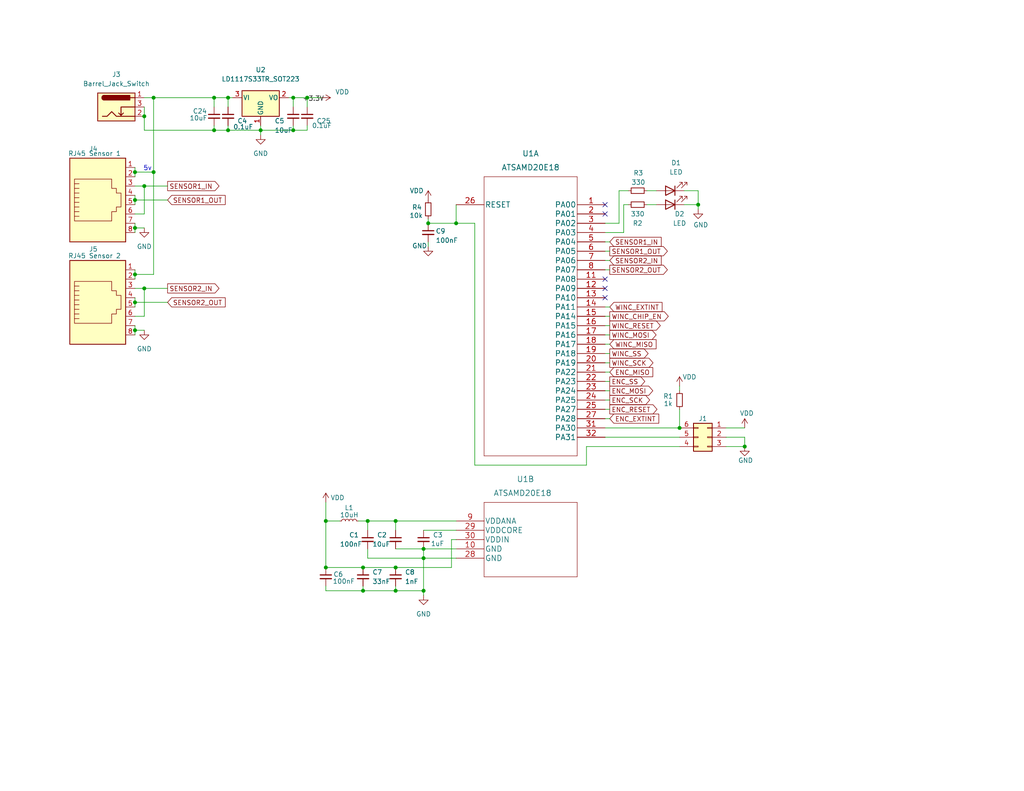
<source format=kicad_sch>
(kicad_sch (version 20211123) (generator eeschema)
  (paper "USLetter")
  (title_block (title "ATSAMD20E18 Control Circuit") (date "2023-01-18") (rev "v1.5") (company "DCA"))
  (lib_symbols
    (symbol "2022-10-03_01-58-55:ATSAMD20E18A-AU" (pin_names (offset 0.254))
      (property "Reference" "U" (at 20.32 12.7 0))
      (property "Value" "ATSAMD20E18A-AU" (at 20.32 10.16 0))
      (symbol "ATSAMD20E18A-AU_1_1"
        (polyline (pts (xy 7.62 -68.58) (xy 33.02 -68.58)) (stroke (width 0.127)))
        (polyline (pts (xy 7.62 7.62) (xy 7.62 -68.58)) (stroke (width 0.127)))
        (polyline (pts (xy 33.02 -68.58) (xy 33.02 7.62)) (stroke (width 0.127)))
        (polyline (pts (xy 33.02 7.62) (xy 7.62 7.62)) (stroke (width 0.127)))
        (pin bidirectional line (at 40.64 0 180) (length 7.62) (name "PA00") (number "1"))
        (pin bidirectional line (at 40.64 -20.32 180) (length 7.62) (name "PA08") (number "11"))
        (pin bidirectional line (at 40.64 -22.86 180) (length 7.62) (name "PA09") (number "12"))
        (pin bidirectional line (at 40.64 -25.4 180) (length 7.62) (name "PA10") (number "13"))
        (pin bidirectional line (at 40.64 -27.94 180) (length 7.62) (name "PA11") (number "14"))
        (pin bidirectional line (at 40.64 -30.48 180) (length 7.62) (name "PA14") (number "15"))
        (pin bidirectional line (at 40.64 -33.02 180) (length 7.62) (name "PA15") (number "16"))
        (pin bidirectional line (at 40.64 -35.56 180) (length 7.62) (name "PA16") (number "17"))
        (pin bidirectional line (at 40.64 -38.1 180) (length 7.62) (name "PA17") (number "18"))
        (pin bidirectional line (at 40.64 -40.64 180) (length 7.62) (name "PA18") (number "19"))
        (pin bidirectional line (at 40.64 -2.54 180) (length 7.62) (name "PA01") (number "2"))
        (pin bidirectional line (at 40.64 -43.18 180) (length 7.62) (name "PA19") (number "20"))
        (pin bidirectional line (at 40.64 -45.72 180) (length 7.62) (name "PA22") (number "21"))
        (pin bidirectional line (at 40.64 -48.26 180) (length 7.62) (name "PA23") (number "22"))
        (pin bidirectional line (at 40.64 -50.8 180) (length 7.62) (name "PA24") (number "23"))
        (pin bidirectional line (at 40.64 -53.34 180) (length 7.62) (name "PA25") (number "24"))
        (pin bidirectional line (at 40.64 -55.88 180) (length 7.62) (name "PA27") (number "25"))
        (pin unspecified line (at 0 0 0) (length 7.62) (name "RESET") (number "26"))
        (pin bidirectional line (at 40.64 -58.42 180) (length 7.62) (name "PA28") (number "27"))
        (pin bidirectional line (at 40.64 -5.08 180) (length 7.62) (name "PA02") (number "3"))
        (pin bidirectional line (at 40.64 -60.96 180) (length 7.62) (name "PA30") (number "31"))
        (pin bidirectional line (at 40.64 -63.5 180) (length 7.62) (name "PA31") (number "32"))
        (pin bidirectional line (at 40.64 -7.62 180) (length 7.62) (name "PA03") (number "4"))
        (pin bidirectional line (at 40.64 -10.16 180) (length 7.62) (name "PA04") (number "5"))
        (pin bidirectional line (at 40.64 -12.7 180) (length 7.62) (name "PA05") (number "6"))
        (pin bidirectional line (at 40.64 -15.24 180) (length 7.62) (name "PA06") (number "7"))
        (pin bidirectional line (at 40.64 -17.78 180) (length 7.62) (name "PA07") (number "8"))
      )
      (symbol "ATSAMD20E18A-AU_2_1"
        (polyline (pts (xy 7.62 -15.24) (xy 33.02 -15.24)) (stroke (width 0.127)))
        (polyline (pts (xy 7.62 5.08) (xy 7.62 -15.24)) (stroke (width 0.127)))
        (polyline (pts (xy 33.02 -15.24) (xy 33.02 5.08)) (stroke (width 0.127)))
        (polyline (pts (xy 33.02 5.08) (xy 7.62 5.08)) (stroke (width 0.127)))
        (pin power_in line (at 0 -7.62 0) (length 7.62) (name "GND") (number "10"))
        (pin power_in line (at 0 -10.16 0) (length 7.62) (name "GND") (number "28"))
        (pin power_in line (at 0 -2.54 0) (length 7.62) (name "VDDCORE") (number "29"))
        (pin power_in line (at 0 -5.08 0) (length 7.62) (name "VDDIN") (number "30"))
        (pin power_in line (at 0 0 0) (length 7.62) (name "VDDANA") (number "9"))
      )
    )
    (symbol "Connector:Barrel_Jack_Switch" (pin_names hide)
      (property "Reference" "J" (at 0 5.334 0))
      (property "Value" "Barrel_Jack_Switch" (at 0 -5.08 0))
      (symbol "Barrel_Jack_Switch_0_1"
        (rectangle (start -5.08 3.81) (end 5.08 -3.81) (stroke (width 0.254)) (fill (type background)))
        (arc (start -3.302 3.175) (mid -3.937 2.54) (end -3.302 1.905) (stroke (width 0.254)))
        (arc (start -3.302 3.175) (mid -3.937 2.54) (end -3.302 1.905) (stroke (width 0.254)) (fill (type outline)))
        (polyline (pts (xy 1.27 -2.286) (xy 1.905 -1.651)) (stroke (width 0.254)))
        (polyline (pts (xy 5.08 2.54) (xy 3.81 2.54)) (stroke (width 0.254)))
        (polyline (pts (xy 5.08 0) (xy 1.27 0) (xy 1.27 -2.286) (xy 0.635 -1.651)) (stroke (width 0.254)))
        (polyline (pts (xy -3.81 -2.54) (xy -2.54 -2.54) (xy -1.27 -1.27) (xy 0 -2.54) (xy 2.54 -2.54) (xy 5.08 -2.54)) (stroke (width 0.254)))
        (rectangle (start 3.683 3.175) (end -3.302 1.905) (stroke (width 0.254)) (fill (type outline)))
      )
      (symbol "Barrel_Jack_Switch_1_1"
        (pin passive line (at 7.62 2.54 180) (length 2.54) (name "~") (number "1"))
        (pin passive line (at 7.62 -2.54 180) (length 2.54) (name "~") (number "2"))
        (pin passive line (at 7.62 0 180) (length 2.54) (name "~") (number "3"))
      )
    )
    (symbol "Connector:RJ45" (pin_names (offset 1.016))
      (property "Reference" "J" (at -5.08 13.97 0))
      (property "Value" "RJ45" (at 2.54 13.97 0))
      (symbol "RJ45_0_1"
        (polyline (pts (xy -5.08 4.445) (xy -6.35 4.445)))
        (polyline (pts (xy -5.08 5.715) (xy -6.35 5.715)))
        (polyline (pts (xy -6.35 -3.175) (xy -5.08 -3.175) (xy -5.08 -3.175)))
        (polyline (pts (xy -6.35 -1.905) (xy -5.08 -1.905) (xy -5.08 -1.905)))
        (polyline (pts (xy -6.35 -0.635) (xy -5.08 -0.635) (xy -5.08 -0.635)))
        (polyline (pts (xy -6.35 0.635) (xy -5.08 0.635) (xy -5.08 0.635)))
        (polyline (pts (xy -6.35 1.905) (xy -5.08 1.905) (xy -5.08 1.905)))
        (polyline (pts (xy -5.08 3.175) (xy -6.35 3.175) (xy -6.35 3.175)))
        (polyline (pts (xy -6.35 -4.445) (xy -6.35 6.985) (xy 3.81 6.985) (xy 3.81 4.445) (xy 5.08 4.445) (xy 5.08 3.175) (xy 6.35 3.175) (xy 6.35 -0.635) (xy 5.08 -0.635) (xy 5.08 -1.905) (xy 3.81 -1.905) (xy 3.81 -4.445) (xy -6.35 -4.445) (xy -6.35 -4.445)))
        (rectangle (start 7.62 12.7) (end -7.62 -10.16) (stroke (width 0.254)) (fill (type background)))
      )
      (symbol "RJ45_1_1"
        (pin passive line (at 10.16 -7.62 180) (length 2.54) (name "~") (number "1"))
        (pin passive line (at 10.16 -5.08 180) (length 2.54) (name "~") (number "2"))
        (pin passive line (at 10.16 -2.54 180) (length 2.54) (name "~") (number "3"))
        (pin passive line (at 10.16 0 180) (length 2.54) (name "~") (number "4"))
        (pin passive line (at 10.16 2.54 180) (length 2.54) (name "~") (number "5"))
        (pin passive line (at 10.16 5.08 180) (length 2.54) (name "~") (number "6"))
        (pin passive line (at 10.16 7.62 180) (length 2.54) (name "~") (number "7"))
        (pin passive line (at 10.16 10.16 180) (length 2.54) (name "~") (number "8"))
      )
    )
    (symbol "Connector_Generic:Conn_02x03_Counter_Clockwise" (pin_names (offset 1.016) hide)
      (property "Reference" "J" (at 1.27 5.08 0))
      (property "Value" "Conn_02x03_Counter_Clockwise" (at 1.27 -5.08 0))
      (symbol "Conn_02x03_Counter_Clockwise_1_1"
        (rectangle (start -1.27 -2.413) (end 0 -2.667) (stroke (width 0.1524)))
        (rectangle (start -1.27 0.127) (end 0 -0.127) (stroke (width 0.1524)))
        (rectangle (start -1.27 2.667) (end 0 2.413) (stroke (width 0.1524)))
        (rectangle (start -1.27 3.81) (end 3.81 -3.81) (stroke (width 0.254)) (fill (type background)))
        (rectangle (start 3.81 -2.413) (end 2.54 -2.667) (stroke (width 0.1524)))
        (rectangle (start 3.81 0.127) (end 2.54 -0.127) (stroke (width 0.1524)))
        (rectangle (start 3.81 2.667) (end 2.54 2.413) (stroke (width 0.1524)))
        (pin passive line (at -5.08 2.54 0) (length 3.81) (name "Pin_1") (number "1"))
        (pin passive line (at -5.08 0 0) (length 3.81) (name "Pin_2") (number "2"))
        (pin passive line (at -5.08 -2.54 0) (length 3.81) (name "Pin_3") (number "3"))
        (pin passive line (at 7.62 -2.54 180) (length 3.81) (name "Pin_4") (number "4"))
        (pin passive line (at 7.62 0 180) (length 3.81) (name "Pin_5") (number "5"))
        (pin passive line (at 7.62 2.54 180) (length 3.81) (name "Pin_6") (number "6"))
      )
    )
    (symbol "Device:C_Small" (pin_numbers hide) (pin_names (offset 0.254) hide)
      (property "Reference" "C" (at 0.254 1.778 0))
      (property "Value" "C_Small" (at 0.254 -2.032 0))
      (symbol "C_Small_0_1"
        (polyline (pts (xy -1.524 -0.508) (xy 1.524 -0.508)) (stroke (width 0.3302)))
        (polyline (pts (xy -1.524 0.508) (xy 1.524 0.508)) (stroke (width 0.3048)))
      )
      (symbol "C_Small_1_1"
        (pin passive line (at 0 2.54 270) (length 2.032) (name "~") (number "1"))
        (pin passive line (at 0 -2.54 90) (length 2.032) (name "~") (number "2"))
      )
    )
    (symbol "Device:LED" (pin_numbers hide) (pin_names (offset 1.016) hide)
      (property "Reference" "D" (at 0 2.54 0))
      (property "Value" "LED" (at 0 -2.54 0))
      (symbol "LED_0_1"
        (polyline (pts (xy -1.27 -1.27) (xy -1.27 1.27)) (stroke (width 0.254)))
        (polyline (pts (xy -1.27 0) (xy 1.27 0)))
        (polyline (pts (xy 1.27 -1.27) (xy 1.27 1.27) (xy -1.27 0) (xy 1.27 -1.27)) (stroke (width 0.254)))
        (polyline (pts (xy -3.048 -0.762) (xy -4.572 -2.286) (xy -3.81 -2.286) (xy -4.572 -2.286) (xy -4.572 -1.524)))
        (polyline (pts (xy -1.778 -0.762) (xy -3.302 -2.286) (xy -2.54 -2.286) (xy -3.302 -2.286) (xy -3.302 -1.524)))
      )
      (symbol "LED_1_1"
        (pin passive line (at -3.81 0 0) (length 2.54) (name "K") (number "1"))
        (pin passive line (at 3.81 0 180) (length 2.54) (name "A") (number "2"))
      )
    )
    (symbol "Device:L_Small" (pin_numbers hide) (pin_names (offset 0.254) hide)
      (property "Reference" "L" (at 0.762 1.016 0))
      (property "Value" "L_Small" (at 0.762 -1.016 0))
      (symbol "L_Small_0_1"
        (arc (start 0 -2.032) (mid 0.508 -1.524) (end 0 -1.016))
        (arc (start 0 -1.016) (mid 0.508 -0.508) (end 0 0))
        (arc (start 0 0) (mid 0.508 0.508) (end 0 1.016))
        (arc (start 0 1.016) (mid 0.508 1.524) (end 0 2.032))
      )
      (symbol "L_Small_1_1"
        (pin passive line (at 0 2.54 270) (length 0.508) (name "~") (number "1"))
        (pin passive line (at 0 -2.54 90) (length 0.508) (name "~") (number "2"))
      )
    )
    (symbol "Device:R_Small" (pin_numbers hide) (pin_names (offset 0.254) hide)
      (property "Reference" "R" (at 0.762 0.508 0))
      (property "Value" "R_Small" (at 0.762 -1.016 0))
      (symbol "R_Small_0_1"
        (rectangle (start -0.762 1.778) (end 0.762 -1.778) (stroke (width 0.2032)))
      )
      (symbol "R_Small_1_1"
        (pin passive line (at 0 2.54 270) (length 0.762) (name "~") (number "1"))
        (pin passive line (at 0 -2.54 90) (length 0.762) (name "~") (number "2"))
      )
    )
    (symbol "Regulator_Linear:LD1117S33TR_SOT223" (pin_names (offset 0.254))
      (property "Reference" "U" (at -3.81 3.175 0))
      (property "Value" "LD1117S33TR_SOT223" (at 0 3.175 0))
      (symbol "LD1117S33TR_SOT223_0_1"
        (rectangle (start -5.08 -5.08) (end 5.08 1.905) (stroke (width 0.254)) (fill (type background)))
      )
      (symbol "LD1117S33TR_SOT223_1_1"
        (pin power_in line (at 0 -7.62 90) (length 2.54) (name "GND") (number "1"))
        (pin power_out line (at 7.62 0 180) (length 2.54) (name "VO") (number "2"))
        (pin power_in line (at -7.62 0 0) (length 2.54) (name "VI") (number "3"))
      )
    )
    (symbol "power:GND" (power) (pin_names (offset 0))
      (property "Value" "GND" (at 0 -3.81 0))
      (symbol "GND_0_1"
        (polyline (pts (xy 0 0) (xy 0 -1.27) (xy 1.27 -1.27) (xy 0 -2.54) (xy -1.27 -1.27) (xy 0 -1.27)))
      )
      (symbol "GND_1_1"
        (pin power_in line (at 0 0 270) (length 0) hide (name "GND") (number "1"))
      )
    )
    (symbol "power:VDD" (power) (pin_names (offset 0))
      (property "Value" "VDD" (at 0 3.81 0))
      (symbol "VDD_0_1"
        (polyline (pts (xy -0.762 1.27) (xy 0 2.54)))
        (polyline (pts (xy 0 0) (xy 0 2.54)))
        (polyline (pts (xy 0 2.54) (xy 0.762 1.27)))
      )
      (symbol "VDD_1_1"
        (pin power_in line (at 0 0 90) (length 0) hide (name "VDD") (number "1"))
      )
    )
  )
  (junction (at 80.01 26.67))
  (junction (at 39.37 31.75))
  (junction (at 36.83 54.61))
  (junction (at 124.46 60.96))
  (junction (at 115.57 161.29))
  (junction (at 62.23 35.56))
  (junction (at 39.37 78.74))
  (junction (at 36.83 90.17))
  (junction (at 80.01 35.56))
  (junction (at 88.9 142.24))
  (junction (at 36.83 82.55))
  (junction (at 185.42 116.84))
  (junction (at 115.57 152.4))
  (junction (at 100.33 142.24))
  (junction (at 58.42 26.67))
  (junction (at 203.2 121.92))
  (junction (at 58.42 35.56))
  (junction (at 190.5 55.88))
  (junction (at 107.95 161.29))
  (junction (at 88.9 154.94))
  (junction (at 116.84 60.96))
  (junction (at 107.95 154.94))
  (junction (at 99.06 154.94))
  (junction (at 36.83 46.99))
  (junction (at 71.12 35.56))
  (junction (at 107.95 142.24))
  (junction (at 41.91 46.99))
  (junction (at 83.82 26.67))
  (junction (at 39.37 50.8))
  (junction (at 36.83 62.23))
  (junction (at 62.23 26.67))
  (junction (at 41.91 26.67))
  (junction (at 36.83 74.93))
  (junction (at 115.57 149.86))
  (junction (at 99.06 161.29))
  (no_connect (at 165.1 78.74))
  (no_connect (at 165.1 58.42))
  (no_connect (at 165.1 55.88))
  (no_connect (at 165.1 81.28))
  (no_connect (at 165.1 76.2))
  (wire (pts (xy 88.9 142.24) (xy 88.9 154.94)))
  (wire (pts (xy 88.9 161.29) (xy 88.9 160.02)))
  (wire (pts (xy 71.12 35.56) (xy 80.01 35.56)))
  (wire (pts (xy 170.18 55.88) (xy 171.45 55.88)))
  (wire (pts (xy 80.01 35.56) (xy 80.01 34.29)))
  (wire (pts (xy 165.1 63.5) (xy 170.18 63.5)))
  (wire (pts (xy 185.42 111.76) (xy 185.42 116.84)))
  (wire (pts (xy 36.83 58.42) (xy 39.37 58.42)))
  (wire (pts (xy 168.91 60.96) (xy 168.91 52.07)))
  (wire (pts (xy 165.1 73.66) (xy 166.37 73.66)))
  (wire (pts (xy 185.42 106.68) (xy 185.42 105.41)))
  (wire (pts (xy 165.1 60.96) (xy 168.91 60.96)))
  (wire (pts (xy 83.82 26.67) (xy 87.63 26.67)))
  (wire (pts (xy 165.1 91.44) (xy 166.37 91.44)))
  (wire (pts (xy 41.91 26.67) (xy 41.91 46.99)))
  (wire (pts (xy 124.46 147.32) (xy 123.19 147.32)))
  (wire (pts (xy 107.95 142.24) (xy 124.46 142.24)))
  (wire (pts (xy 88.9 142.24) (xy 92.71 142.24)))
  (wire (pts (xy 160.02 121.92) (xy 160.02 127)))
  (wire (pts (xy 198.12 116.84) (xy 203.2 116.84)))
  (wire (pts (xy 36.83 54.61) (xy 36.83 55.88)))
  (wire (pts (xy 115.57 152.4) (xy 115.57 161.29)))
  (wire (pts (xy 80.01 26.67) (xy 78.74 26.67)))
  (wire (pts (xy 165.1 111.76) (xy 166.37 111.76)))
  (wire (pts (xy 165.1 119.38) (xy 185.42 119.38)))
  (wire (pts (xy 123.19 147.32) (xy 123.19 154.94)))
  (wire (pts (xy 186.69 52.07) (xy 190.5 52.07)))
  (wire (pts (xy 39.37 35.56) (xy 58.42 35.56)))
  (wire (pts (xy 165.1 83.82) (xy 166.37 83.82)))
  (wire (pts (xy 190.5 52.07) (xy 190.5 55.88)))
  (wire (pts (xy 165.1 104.14) (xy 166.37 104.14)))
  (wire (pts (xy 99.06 154.94) (xy 107.95 154.94)))
  (wire (pts (xy 88.9 161.29) (xy 99.06 161.29)))
  (wire (pts (xy 36.83 88.9) (xy 36.83 90.17)))
  (wire (pts (xy 36.83 74.93) (xy 41.91 74.93)))
  (wire (pts (xy 186.69 55.88) (xy 190.5 55.88)))
  (wire (pts (xy 62.23 35.56) (xy 71.12 35.56)))
  (wire (pts (xy 165.1 66.04) (xy 166.37 66.04)))
  (wire (pts (xy 100.33 149.86) (xy 100.33 152.4)))
  (wire (pts (xy 198.12 121.92) (xy 203.2 121.92)))
  (wire (pts (xy 107.95 161.29) (xy 107.95 160.02)))
  (wire (pts (xy 185.42 121.92) (xy 160.02 121.92)))
  (wire (pts (xy 165.1 114.3) (xy 166.37 114.3)))
  (wire (pts (xy 36.83 46.99) (xy 36.83 48.26)))
  (wire (pts (xy 36.83 62.23) (xy 36.83 63.5)))
  (wire (pts (xy 165.1 101.6) (xy 166.37 101.6)))
  (wire (pts (xy 39.37 29.21) (xy 39.37 31.75)))
  (wire (pts (xy 80.01 26.67) (xy 83.82 26.67)))
  (wire (pts (xy 36.83 74.93) (xy 36.83 76.2)))
  (wire (pts (xy 71.12 35.56) (xy 71.12 36.83)))
  (wire (pts (xy 41.91 46.99) (xy 36.83 46.99)))
  (wire (pts (xy 83.82 26.67) (xy 83.82 29.21)))
  (wire (pts (xy 165.1 109.22) (xy 166.37 109.22)))
  (wire (pts (xy 36.83 53.34) (xy 36.83 54.61)))
  (wire (pts (xy 165.1 71.12) (xy 166.37 71.12)))
  (wire (pts (xy 62.23 34.29) (xy 62.23 35.56)))
  (wire (pts (xy 36.83 45.72) (xy 36.83 46.99)))
  (wire (pts (xy 39.37 78.74) (xy 45.72 78.74)))
  (wire (pts (xy 100.33 144.78) (xy 100.33 142.24)))
  (wire (pts (xy 100.33 152.4) (xy 115.57 152.4)))
  (wire (pts (xy 36.83 50.8) (xy 39.37 50.8)))
  (wire (pts (xy 116.84 66.04) (xy 116.84 67.31)))
  (wire (pts (xy 39.37 50.8) (xy 45.72 50.8)))
  (wire (pts (xy 165.1 88.9) (xy 166.37 88.9)))
  (wire (pts (xy 36.83 86.36) (xy 39.37 86.36)))
  (wire (pts (xy 165.1 93.98) (xy 166.37 93.98)))
  (wire (pts (xy 58.42 26.67) (xy 62.23 26.67)))
  (wire (pts (xy 62.23 26.67) (xy 63.5 26.67)))
  (wire (pts (xy 39.37 31.75) (xy 39.37 35.56)))
  (wire (pts (xy 165.1 86.36) (xy 166.37 86.36)))
  (wire (pts (xy 58.42 34.29) (xy 58.42 35.56)))
  (wire (pts (xy 107.95 144.78) (xy 107.95 142.24)))
  (wire (pts (xy 165.1 99.06) (xy 166.37 99.06)))
  (wire (pts (xy 80.01 35.56) (xy 83.82 35.56)))
  (wire (pts (xy 115.57 152.4) (xy 124.46 152.4)))
  (wire (pts (xy 176.53 55.88) (xy 179.07 55.88)))
  (wire (pts (xy 165.1 68.58) (xy 166.37 68.58)))
  (wire (pts (xy 107.95 149.86) (xy 115.57 149.86)))
  (wire (pts (xy 58.42 35.56) (xy 62.23 35.56)))
  (wire (pts (xy 36.83 60.96) (xy 36.83 62.23)))
  (wire (pts (xy 107.95 154.94) (xy 123.19 154.94)))
  (wire (pts (xy 115.57 149.86) (xy 115.57 152.4)))
  (wire (pts (xy 129.54 127) (xy 160.02 127)))
  (wire (pts (xy 129.54 60.96) (xy 124.46 60.96)))
  (wire (pts (xy 83.82 34.29) (xy 83.82 35.56)))
  (wire (pts (xy 165.1 96.52) (xy 166.37 96.52)))
  (wire (pts (xy 115.57 161.29) (xy 115.57 162.56)))
  (wire (pts (xy 170.18 55.88) (xy 170.18 63.5)))
  (wire (pts (xy 39.37 78.74) (xy 39.37 86.36)))
  (wire (pts (xy 88.9 137.16) (xy 88.9 142.24)))
  (wire (pts (xy 198.12 119.38) (xy 203.2 119.38)))
  (wire (pts (xy 115.57 144.78) (xy 124.46 144.78)))
  (wire (pts (xy 99.06 161.29) (xy 99.06 160.02)))
  (wire (pts (xy 36.83 54.61) (xy 45.72 54.61)))
  (wire (pts (xy 97.79 142.24) (xy 100.33 142.24)))
  (wire (pts (xy 99.06 161.29) (xy 107.95 161.29)))
  (wire (pts (xy 36.83 62.23) (xy 39.37 62.23)))
  (wire (pts (xy 71.12 34.29) (xy 71.12 35.56)))
  (wire (pts (xy 124.46 60.96) (xy 124.46 55.88)))
  (wire (pts (xy 124.46 149.86) (xy 115.57 149.86)))
  (wire (pts (xy 36.83 82.55) (xy 45.72 82.55)))
  (wire (pts (xy 41.91 26.67) (xy 58.42 26.67)))
  (wire (pts (xy 107.95 161.29) (xy 115.57 161.29)))
  (wire (pts (xy 36.83 82.55) (xy 36.83 83.82)))
  (wire (pts (xy 129.54 127) (xy 129.54 60.96)))
  (wire (pts (xy 116.84 59.69) (xy 116.84 60.96)))
  (wire (pts (xy 39.37 26.67) (xy 41.91 26.67)))
  (wire (pts (xy 80.01 29.21) (xy 80.01 26.67)))
  (wire (pts (xy 88.9 154.94) (xy 99.06 154.94)))
  (wire (pts (xy 36.83 81.28) (xy 36.83 82.55)))
  (wire (pts (xy 36.83 90.17) (xy 39.37 90.17)))
  (wire (pts (xy 168.91 52.07) (xy 171.45 52.07)))
  (wire (pts (xy 116.84 60.96) (xy 124.46 60.96)))
  (wire (pts (xy 36.83 73.66) (xy 36.83 74.93)))
  (wire (pts (xy 36.83 90.17) (xy 36.83 91.44)))
  (wire (pts (xy 41.91 74.93) (xy 41.91 46.99)))
  (wire (pts (xy 58.42 26.67) (xy 58.42 29.21)))
  (wire (pts (xy 62.23 26.67) (xy 62.23 29.21)))
  (wire (pts (xy 165.1 106.68) (xy 166.37 106.68)))
  (wire (pts (xy 165.1 116.84) (xy 185.42 116.84)))
  (wire (pts (xy 39.37 50.8) (xy 39.37 58.42)))
  (wire (pts (xy 36.83 78.74) (xy 39.37 78.74)))
  (wire (pts (xy 190.5 55.88) (xy 190.5 57.15)))
  (wire (pts (xy 203.2 119.38) (xy 203.2 121.92)))
  (wire (pts (xy 100.33 142.24) (xy 107.95 142.24)))
  (wire (pts (xy 176.53 52.07) (xy 179.07 52.07)))
  (text "5v" (at 39.0761 46.7957 0) (effects (font (size 1.27 1.27)) (justify left bottom)))
  (label "+3.3V" (at 82.55 27.94 0))
  (global_label "ENC_RESET" (shape output) (at 166.37 111.76 0) (property "Intersheet References" "${INTERSHEET_REFS}" (effects hide)))
  (global_label "WINC_SCK" (shape output) (at 166.37 99.06 0) (property "Intersheet References" "${INTERSHEET_REFS}" (effects hide)))
  (global_label "WINC_EXTINT" (shape input) (at 166.37 83.82 0) (property "Intersheet References" "${INTERSHEET_REFS}" (effects hide)))
  (global_label "ENC_SS" (shape output) (at 166.37 104.14 0) (property "Intersheet References" "${INTERSHEET_REFS}" (effects hide)))
  (global_label "SENSOR2_IN" (shape output) (at 45.72 78.74 0) (property "Intersheet References" "${INTERSHEET_REFS}" (effects hide)))
  (global_label "SENSOR1_OUT" (shape input) (at 45.72 54.61 0) (property "Intersheet References" "${INTERSHEET_REFS}" (effects hide)))
  (global_label "ENC_MOSI" (shape output) (at 166.37 106.68 0) (property "Intersheet References" "${INTERSHEET_REFS}" (effects hide)))
  (global_label "SENSOR1_IN" (shape input) (at 166.37 66.04 0) (property "Intersheet References" "${INTERSHEET_REFS}" (effects hide)))
  (global_label "WINC_MISO" (shape input) (at 166.37 93.98 0) (property "Intersheet References" "${INTERSHEET_REFS}" (effects hide)))
  (global_label "ENC_EXTINT" (shape input) (at 166.37 114.3 0) (property "Intersheet References" "${INTERSHEET_REFS}" (effects hide)))
  (global_label "WINC_CHIP_EN" (shape output) (at 166.37 86.36 0) (property "Intersheet References" "${INTERSHEET_REFS}" (effects hide)))
  (global_label "SENSOR2_IN" (shape input) (at 166.37 71.12 0) (property "Intersheet References" "${INTERSHEET_REFS}" (effects hide)))
  (global_label "WINC_RESET" (shape output) (at 166.37 88.9 0) (property "Intersheet References" "${INTERSHEET_REFS}" (effects hide)))
  (global_label "WINC_SS" (shape output) (at 166.37 96.52 0) (property "Intersheet References" "${INTERSHEET_REFS}" (effects hide)))
  (global_label "ENC_SCK" (shape output) (at 166.37 109.22 0) (property "Intersheet References" "${INTERSHEET_REFS}" (effects hide)))
  (global_label "SENSOR2_OUT" (shape input) (at 45.72 82.55 0) (property "Intersheet References" "${INTERSHEET_REFS}" (effects hide)))
  (global_label "SENSOR2_OUT" (shape output) (at 166.37 73.66 0) (property "Intersheet References" "${INTERSHEET_REFS}" (effects hide)))
  (global_label "WINC_MOSI" (shape output) (at 166.37 91.44 0) (property "Intersheet References" "${INTERSHEET_REFS}" (effects hide)))
  (global_label "SENSOR1_IN" (shape output) (at 45.72 50.8 0) (property "Intersheet References" "${INTERSHEET_REFS}" (effects hide)))
  (global_label "ENC_MISO" (shape input) (at 166.37 101.6 0) (property "Intersheet References" "${INTERSHEET_REFS}" (effects hide)))
  (global_label "SENSOR1_OUT" (shape output) (at 166.37 68.58 0) (property "Intersheet References" "${INTERSHEET_REFS}" (effects hide)))
  (symbol (lib_id "2022-10-03_01-58-55:ATSAMD20E18A-AU") (at 124.46 55.88 0) (unit 1)
    (property "Reference" "U1" (at 144.78 41.91 0) (effects (font (size 1.524 1.524))))
    (property "Value" "ATSAMD20E18" (at 144.78 45.72 0) (effects (font (size 1.524 1.524))))
    (property "Footprint" "2022-10-03_01-58-55:ATSAMD20E18A-AU" (effects hide))
  )
  (symbol (lib_id "Device:C_Small") (at 62.23 31.75 0) (unit 1)
    (property "Reference" "C4" (at 64.77 33.02 0) (effects (justify left)))
    (property "Value" "0.1uF" (at 63.622 34.649 0) (effects (justify left)))
    (property "Footprint" "Capacitor_SMD:C_0402_1005Metric" (effects hide))
  )
  (symbol (lib_id "power:GND") (at 116.84 67.31 0) (unit 1)
    (property "Reference" "#PWR0106" (effects hide))
    (property "Value" "GND" (at 114.4914 67.1215 0))
  )
  (symbol (lib_id "power:GND") (at 190.5 57.15 0) (unit 1)
    (property "Reference" "#PWR0104" (effects hide))
    (property "Value" "GND" (at 191.2145 61.4053 0))
  )
  (symbol (lib_id "power:VDD") (at 185.42 105.41 0) (unit 1)
    (property "Reference" "#PWR0105" (effects hide))
    (property "Value" "VDD" (at 188.125 102.9265 0))
  )
  (symbol (lib_id "Device:C_Small") (at 107.95 157.48 0) (unit 1)
    (property "Reference" "C8" (at 110.49 156.2162 0) (effects (justify left)))
    (property "Value" "1nF" (at 110.49 158.7562 0) (effects (justify left)))
    (property "Footprint" "Capacitor_SMD:C_0402_1005Metric" (effects hide))
  )
  (symbol (lib_id "Regulator_Linear:LD1117S33TR_SOT223") (at 71.12 26.67 0) (unit 1)
    (property "Reference" "U2" (at 71.12 19.05 0))
    (property "Value" "LD1117S33TR_SOT223" (at 71.12 21.59 0))
    (property "Footprint" "Package_TO_SOT_SMD:SOT-223-3_TabPin2" (effects hide))
    (property "Datasheet" "http://www.st.com/st-web-ui/static/active/en/resource/technical/document/datasheet/CD00000544.pdf" (effects hide))
  )
  (symbol (lib_id "Connector:RJ45") (at 26.67 81.28 0) (mirror x) (unit 1)
    (property "Reference" "J5" (at 26.671 68.0123 0) (effects (justify right)))
    (property "Value" "RJ45 Sensor 2" (at 33.02 69.85 0) (effects (justify right)))
    (property "Footprint" "Connector_RJ:RJ45_Plug_Metz_AJP92A8813" (effects hide))
  )
  (symbol (lib_id "power:GND") (at 115.57 162.56 0) (unit 1)
    (property "Reference" "#PWR0101" (effects hide))
    (property "Value" "GND" (at 115.57 167.64 0))
  )
  (symbol (lib_id "Device:LED") (at 182.88 52.07 180) (unit 1)
    (property "Reference" "D1" (at 184.4675 44.45 0))
    (property "Value" "LED" (at 184.4675 46.99 0))
    (property "Footprint" "LED_SMD:LED_0402_1005Metric" (effects hide))
  )
  (symbol (lib_id "Device:C_Small") (at 99.06 157.48 0) (unit 1)
    (property "Reference" "C7" (at 101.6 156.2162 0) (effects (justify left)))
    (property "Value" "33nF" (at 101.6 158.7562 0) (effects (justify left)))
    (property "Footprint" "Capacitor_SMD:C_0402_1005Metric" (effects hide))
  )
  (symbol (lib_id "power:VDD") (at 87.63 26.67 270) (unit 1)
    (property "Reference" "#PWR0110" (effects hide))
    (property "Value" "VDD" (at 91.4555 25.1078 90) (effects (justify left)))
  )
  (symbol (lib_id "Device:R_Small") (at 173.99 55.88 270) (unit 1)
    (property "Reference" "R2" (at 173.99 60.96 90))
    (property "Value" "330" (at 173.99 58.42 90))
    (property "Footprint" "Resistor_SMD:R_0402_1005Metric" (effects hide))
  )
  (symbol (lib_id "Connector_Generic:Conn_02x03_Counter_Clockwise") (at 193.04 119.38 0) (mirror y) (unit 1)
    (property "Reference" "J1" (at 191.77 114.3 0))
    (property "Value" "Conn_02x03_Counter_Clockwise" (effects hide))
    (property "Footprint" "Connector_PinHeader_2.00mm:PinHeader_2x03_P2.00mm_Vertical" (effects hide))
  )
  (symbol (lib_id "Device:C_Small") (at 116.84 63.5 0) (unit 1)
    (property "Reference" "C9" (at 118.8697 63.0982 0) (effects (justify left)))
    (property "Value" "100nF" (at 118.8697 65.6382 0) (effects (justify left)))
    (property "Footprint" "Capacitor_SMD:C_0402_1005Metric" (effects hide))
  )
  (symbol (lib_id "Device:R_Small") (at 185.42 109.22 0) (unit 1)
    (property "Reference" "R1" (at 182.3033 108.1783 0))
    (property "Value" "1k" (at 182.3033 110.19 0))
    (property "Footprint" "Resistor_SMD:R_0402_1005Metric" (effects hide))
  )
  (symbol (lib_id "power:VDD") (at 116.84 54.61 0) (unit 1)
    (property "Reference" "#PWR0107" (effects hide))
    (property "Value" "VDD" (at 111.76 52.07 0) (effects (justify left)))
  )
  (symbol (lib_id "Device:C_Small") (at 88.9 157.48 0) (unit 1)
    (property "Reference" "C6" (at 90.9506 156.8032 0) (effects (justify left)))
    (property "Value" "100nF" (at 90.7599 158.7108 0) (effects (justify left)))
    (property "Footprint" "Capacitor_SMD:C_0402_1005Metric" (effects hide))
  )
  (symbol (lib_id "Device:C_Small") (at 58.42 31.75 0) (unit 1)
    (property "Reference" "C24" (at 52.5956 30.3472 0) (effects (justify left)))
    (property "Value" "10uF" (at 51.7056 32.2261 0) (effects (justify left)))
    (property "Footprint" "Capacitor_SMD:C_1206_3216Metric" (effects hide))
  )
  (symbol (lib_id "Device:C_Small") (at 80.01 31.75 0) (unit 1)
    (property "Reference" "C5" (at 74.93 33.02 0) (effects (justify left)))
    (property "Value" "10uF" (at 74.93 35.56 0) (effects (justify left)))
    (property "Footprint" "Capacitor_SMD:C_1206_3216Metric" (effects hide))
  )
  (symbol (lib_id "power:VDD") (at 203.2 116.84 0) (unit 1)
    (property "Reference" "#PWR0102" (effects hide))
    (property "Value" "VDD" (at 203.7543 112.8286 0))
  )
  (symbol (lib_id "power:GND") (at 39.37 90.17 0) (unit 1)
    (property "Reference" "#PWR0109" (effects hide))
    (property "Value" "GND" (at 39.37 95.25 0))
  )
  (symbol (lib_id "power:GND") (at 71.12 36.83 0) (unit 1)
    (property "Reference" "#PWR0108" (effects hide))
    (property "Value" "GND" (at 71.12 41.91 0))
  )
  (symbol (lib_id "Device:L_Small") (at 95.25 142.24 90) (unit 1)
    (property "Reference" "L1" (at 95.2428 138.6331 90))
    (property "Value" "10uH" (at 95.2905 140.5884 90))
    (property "Footprint" "Inductor_SMD:L_0603_1608Metric" (effects hide))
  )
  (symbol (lib_id "2022-10-03_01-58-55:ATSAMD20E18A-AU") (at 124.46 142.24 0) (unit 2)
    (property "Reference" "U1" (at 140.97 130.81 0) (effects (font (size 1.524 1.524)) (justify left)))
    (property "Value" "ATSAMD20E18" (at 134.62 134.62 0) (effects (font (size 1.524 1.524)) (justify left)))
    (property "Footprint" "2022-10-03_01-58-55:ATSAMD20E18A-AU" (effects hide))
  )
  (symbol (lib_id "Connector:RJ45") (at 26.67 53.34 0) (mirror x) (unit 1)
    (property "Reference" "J4" (at 26.67 40.64 0) (effects (justify right)))
    (property "Value" "RJ45 Sensor 1" (at 33.02 41.91 0) (effects (justify right)))
    (property "Footprint" "Connector_RJ:RJ45_Plug_Metz_AJP92A8813" (effects hide))
  )
  (symbol (lib_id "power:GND") (at 39.37 62.23 0) (unit 1)
    (property "Reference" "#PWR0143" (effects hide))
    (property "Value" "GND" (at 39.37 67.31 0))
  )
  (symbol (lib_id "power:GND") (at 203.2 121.92 0) (unit 1)
    (property "Reference" "#PWR0103" (effects hide))
    (property "Value" "GND" (at 203.4324 125.705 0))
  )
  (symbol (lib_id "Device:LED") (at 182.88 55.88 180) (unit 1)
    (property "Reference" "D2" (at 185.42 58.42 0))
    (property "Value" "LED" (at 185.42 60.96 0))
    (property "Footprint" "LED_SMD:LED_0402_1005Metric" (effects hide))
  )
  (symbol (lib_id "Device:C_Small") (at 107.95 147.32 0) (unit 1)
    (property "Reference" "C2" (at 102.87 146.05 0) (effects (justify left)))
    (property "Value" "10uF" (at 101.6 148.59 0) (effects (justify left)))
    (property "Footprint" "Capacitor_SMD:C_1206_3216Metric" (effects hide))
  )
  (symbol (lib_id "Connector:Barrel_Jack_Switch") (at 31.75 29.21 0) (unit 1)
    (property "Reference" "J3" (at 31.75 20.32 0))
    (property "Value" "Barrel_Jack_Switch" (at 31.75 22.86 0))
    (property "Footprint" "barrel:CUI_PJ-018H-SMT-TR" (effects hide))
  )
  (symbol (lib_id "Device:C_Small") (at 83.82 31.75 0) (unit 1)
    (property "Reference" "C25" (at 86.36 33.02 0) (effects (justify left)))
    (property "Value" "0.1uF" (at 85.09 34.29 0) (effects (justify left)))
    (property "Footprint" "Capacitor_SMD:C_0402_1005Metric" (effects hide))
  )
  (symbol (lib_id "Device:R_Small") (at 173.99 52.07 270) (unit 1)
    (property "Reference" "R3" (at 174.171 47.2349 90))
    (property "Value" "330" (at 174.171 49.7749 90))
    (property "Footprint" "Resistor_SMD:R_0402_1005Metric" (effects hide))
  )
  (symbol (lib_id "Device:C_Small") (at 100.33 147.32 0) (unit 1)
    (property "Reference" "C1" (at 95.25 146.05 0) (effects (justify left)))
    (property "Value" "100nF" (at 92.71 148.59 0) (effects (justify left)))
    (property "Footprint" "Capacitor_SMD:C_0402_1005Metric" (effects hide))
  )
  (symbol (lib_id "power:VDD") (at 88.9 137.16 0) (unit 1)
    (property "Reference" "#PWR0111" (effects hide))
    (property "Value" "VDD" (at 90.17 135.89 0) (effects (justify left)))
  )
  (symbol (lib_id "Device:R_Small") (at 116.84 57.15 0) (unit 1)
    (property "Reference" "R4" (at 113.7815 56.59 0))
    (property "Value" "10k" (at 113.5448 58.8383 0))
    (property "Footprint" "Resistor_SMD:R_0402_1005Metric" (effects hide))
  )
  (symbol (lib_id "Device:C_Small") (at 115.57 147.32 0) (unit 1)
    (property "Reference" "C3" (at 118.11 146.0562 0) (effects (justify left)))
    (property "Value" "1uF" (at 117.5411 148.4239 0) (effects (justify left)))
    (property "Footprint" "Capacitor_SMD:C_0402_1005Metric" (effects hide))
  )
  (sheet (at 298.45 1.27) (size 302.26 214.63) (stroke (width 0.1524))
    (property "Sheet name" "WINC_C" (at 298.45 0.5584 0) (effects (justify left bottom)))
    (property "Sheet file" "WINC_C.kicad_sch" (at 298.45 216.4846 0) (effects (justify left top)))
  )
  (sheet (at 617.22 -3.81) (size 313.69 222.25) (stroke (width 0.1524))
    (property "Sheet name" "Ethernet_C" (at 617.22 -4.5216 0) (effects (justify left bottom)))
    (property "Sheet file" "Ethernet_C.kicad_sch" (at 617.22 219.0246 0) (effects (justify left top)))
  )
)
</source>
